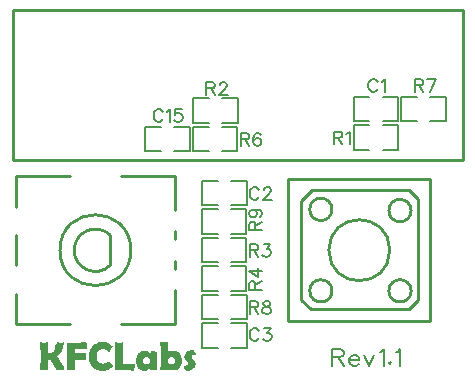
<source format=gto>
G04 Layer: TopSilkLayer*
G04 EasyEDA v6.4.25, 2021-09-30T02:39:23--7:00*
G04 cb1d7dd1d9244e3faa1512210410d729,1c607ed5ed934db7a0414c4b005609ca,10*
G04 Gerber Generator version 0.2*
G04 Scale: 100 percent, Rotated: No, Reflected: No *
G04 Dimensions in inches *
G04 leading zeros omitted , absolute positions ,3 integer and 6 decimal *
%FSLAX36Y36*%
%MOIN*%

%ADD10C,0.0100*%
%ADD12C,0.0080*%
%ADD21C,0.0079*%
%ADD22C,0.0060*%

%LPD*%
G36*
X636200Y-1335200D02*
G01*
X631120Y-1335380D01*
X612320Y-1337000D01*
X611700Y-1337220D01*
X611320Y-1337560D01*
X611200Y-1338000D01*
X611660Y-1343040D01*
X612260Y-1351940D01*
X612720Y-1361420D01*
X613020Y-1371500D01*
X613180Y-1382160D01*
X613157Y-1397200D01*
X636000Y-1397200D01*
X636800Y-1392040D01*
X639200Y-1387800D01*
X643000Y-1384960D01*
X648000Y-1384000D01*
X652880Y-1384940D01*
X656700Y-1387800D01*
X659260Y-1392000D01*
X660100Y-1397000D01*
X659320Y-1402260D01*
X657000Y-1406399D01*
X653120Y-1409319D01*
X648100Y-1410300D01*
X643000Y-1409360D01*
X639100Y-1406500D01*
X636780Y-1402420D01*
X636000Y-1397200D01*
X613157Y-1397200D01*
X613020Y-1407160D01*
X612700Y-1417160D01*
X612200Y-1424780D01*
X611800Y-1428560D01*
X612060Y-1429360D01*
X612820Y-1429820D01*
X614100Y-1430100D01*
X615900Y-1430200D01*
X633120Y-1430040D01*
X634700Y-1429900D01*
X635080Y-1429620D01*
X635460Y-1429079D01*
X636100Y-1427200D01*
X636360Y-1426100D01*
X636640Y-1425320D01*
X636960Y-1424860D01*
X637300Y-1424700D01*
X637660Y-1424800D01*
X641340Y-1427600D01*
X645080Y-1429379D01*
X649300Y-1430440D01*
X654000Y-1430800D01*
X658379Y-1430520D01*
X662480Y-1429700D01*
X666300Y-1428320D01*
X669820Y-1426399D01*
X673060Y-1423920D01*
X676000Y-1420900D01*
X678439Y-1417680D01*
X680440Y-1414199D01*
X682000Y-1410480D01*
X683120Y-1406500D01*
X683780Y-1402280D01*
X684000Y-1397800D01*
X683780Y-1393000D01*
X683160Y-1388520D01*
X682099Y-1384340D01*
X680620Y-1380520D01*
X678720Y-1377000D01*
X676400Y-1373800D01*
X673520Y-1370800D01*
X670300Y-1368360D01*
X666720Y-1366459D01*
X662800Y-1365080D01*
X658520Y-1364280D01*
X653900Y-1364000D01*
X649320Y-1364400D01*
X645200Y-1365580D01*
X641520Y-1367540D01*
X638300Y-1370300D01*
X637880Y-1370760D01*
X637400Y-1370900D01*
X636920Y-1370760D01*
X636580Y-1370380D01*
X636360Y-1369720D01*
X636300Y-1368800D01*
X636380Y-1358740D01*
X636600Y-1351000D01*
X637320Y-1340400D01*
X637400Y-1337400D01*
X637320Y-1336440D01*
X637100Y-1335740D01*
X636720Y-1335340D01*
G37*
G36*
X417800Y-1335300D02*
G01*
X412980Y-1335520D01*
X408380Y-1336220D01*
X404000Y-1337360D01*
X399840Y-1338980D01*
X395900Y-1341040D01*
X392180Y-1343560D01*
X388680Y-1346560D01*
X385400Y-1350000D01*
X382540Y-1353600D01*
X380060Y-1357380D01*
X377960Y-1361339D01*
X376260Y-1365500D01*
X374920Y-1369840D01*
X373960Y-1374379D01*
X373400Y-1379100D01*
X373200Y-1384000D01*
X373400Y-1389060D01*
X373980Y-1393899D01*
X374960Y-1398520D01*
X376320Y-1402920D01*
X378080Y-1407100D01*
X380240Y-1411060D01*
X382780Y-1414780D01*
X385700Y-1418300D01*
X389020Y-1421579D01*
X392580Y-1424420D01*
X396380Y-1426840D01*
X400420Y-1428800D01*
X404700Y-1430340D01*
X409240Y-1431420D01*
X414000Y-1432080D01*
X419000Y-1432300D01*
X423900Y-1432080D01*
X428560Y-1431399D01*
X432960Y-1430280D01*
X437120Y-1428700D01*
X441040Y-1426680D01*
X444700Y-1424199D01*
X448120Y-1421279D01*
X451300Y-1417900D01*
X452360Y-1416360D01*
X452620Y-1415680D01*
X452700Y-1415100D01*
X452400Y-1414340D01*
X449940Y-1410340D01*
X444080Y-1401480D01*
X442100Y-1398800D01*
X441420Y-1398280D01*
X440800Y-1398100D01*
X439860Y-1398720D01*
X435860Y-1402020D01*
X434120Y-1403240D01*
X432400Y-1404319D01*
X430700Y-1405200D01*
X425420Y-1407080D01*
X419799Y-1407700D01*
X415200Y-1407240D01*
X411079Y-1405860D01*
X407440Y-1403540D01*
X404300Y-1400300D01*
X401980Y-1396699D01*
X400319Y-1392700D01*
X399340Y-1388300D01*
X399000Y-1383500D01*
X399340Y-1378740D01*
X400319Y-1374400D01*
X401980Y-1370440D01*
X404300Y-1366900D01*
X407440Y-1363740D01*
X411079Y-1361500D01*
X415200Y-1360160D01*
X419799Y-1359700D01*
X425300Y-1360340D01*
X430600Y-1362300D01*
X432360Y-1363280D01*
X434099Y-1364420D01*
X435860Y-1365740D01*
X440580Y-1369740D01*
X440900Y-1369900D01*
X441620Y-1369780D01*
X442200Y-1369400D01*
X444260Y-1366620D01*
X448000Y-1360300D01*
X451460Y-1353980D01*
X452600Y-1351000D01*
X452520Y-1350440D01*
X452280Y-1349820D01*
X451300Y-1348500D01*
X448100Y-1345400D01*
X444640Y-1342720D01*
X440880Y-1340460D01*
X436820Y-1338600D01*
X432500Y-1337160D01*
X427879Y-1336120D01*
X422980Y-1335500D01*
G37*
G36*
X362400Y-1336600D02*
G01*
X359420Y-1336639D01*
X351520Y-1337040D01*
X341640Y-1337740D01*
X333680Y-1338160D01*
X324540Y-1338160D01*
X307320Y-1337840D01*
X301200Y-1337800D01*
X300280Y-1337900D01*
X299660Y-1338200D01*
X299280Y-1338700D01*
X299200Y-1339400D01*
X300860Y-1368420D01*
X301260Y-1379360D01*
X301260Y-1388120D01*
X301020Y-1399120D01*
X300580Y-1412840D01*
X300300Y-1428000D01*
X300420Y-1428680D01*
X300780Y-1429259D01*
X301360Y-1429680D01*
X302200Y-1430000D01*
X304540Y-1430400D01*
X307980Y-1430680D01*
X312500Y-1430840D01*
X324000Y-1430900D01*
X325800Y-1430700D01*
X327080Y-1430300D01*
X327840Y-1429700D01*
X328100Y-1428899D01*
X326900Y-1407620D01*
X326700Y-1397600D01*
X326900Y-1396560D01*
X327520Y-1395720D01*
X328560Y-1395100D01*
X330000Y-1394700D01*
X342000Y-1394740D01*
X347780Y-1394840D01*
X352640Y-1395040D01*
X356599Y-1395300D01*
X360840Y-1395760D01*
X361400Y-1395720D01*
X361880Y-1395500D01*
X362239Y-1395120D01*
X362500Y-1394600D01*
X363100Y-1390880D01*
X363300Y-1382900D01*
X362740Y-1374199D01*
X361100Y-1371300D01*
X355400Y-1371420D01*
X339540Y-1372180D01*
X332640Y-1372280D01*
X330580Y-1372080D01*
X329799Y-1371900D01*
X328440Y-1371160D01*
X327480Y-1369720D01*
X326900Y-1367600D01*
X326700Y-1364800D01*
X326840Y-1362460D01*
X327299Y-1360620D01*
X328060Y-1359300D01*
X329099Y-1358500D01*
X329980Y-1358280D01*
X331500Y-1358120D01*
X336500Y-1358000D01*
X342780Y-1358220D01*
X360340Y-1359500D01*
X363780Y-1359660D01*
X367160Y-1359660D01*
X367580Y-1359520D01*
X367819Y-1359300D01*
X367900Y-1359000D01*
X367720Y-1356600D01*
X366640Y-1349940D01*
X366400Y-1347800D01*
X366100Y-1339300D01*
X365720Y-1338120D01*
X364980Y-1337280D01*
X363860Y-1336759D01*
G37*
G36*
X212500Y-1337500D02*
G01*
X211880Y-1337600D01*
X211439Y-1337880D01*
X211180Y-1338340D01*
X211100Y-1339000D01*
X211280Y-1348520D01*
X212240Y-1375360D01*
X212399Y-1384900D01*
X212240Y-1393899D01*
X211280Y-1419019D01*
X211100Y-1428000D01*
X211220Y-1428720D01*
X211580Y-1429300D01*
X212160Y-1429720D01*
X213000Y-1430000D01*
X217180Y-1430380D01*
X224300Y-1430500D01*
X231900Y-1430380D01*
X236700Y-1430000D01*
X237480Y-1429740D01*
X238039Y-1429280D01*
X238380Y-1428600D01*
X238500Y-1427700D01*
X238400Y-1421440D01*
X237800Y-1403980D01*
X237700Y-1397800D01*
X238140Y-1397120D01*
X239480Y-1396279D01*
X241700Y-1395260D01*
X244800Y-1394100D01*
X245940Y-1395600D01*
X247900Y-1398720D01*
X250660Y-1403460D01*
X254200Y-1409800D01*
X263700Y-1427400D01*
X264520Y-1428620D01*
X265200Y-1429300D01*
X266020Y-1429680D01*
X267500Y-1430000D01*
X272320Y-1430520D01*
X279400Y-1430700D01*
X286200Y-1430520D01*
X289800Y-1430000D01*
X290840Y-1429440D01*
X291600Y-1428620D01*
X292040Y-1427580D01*
X292200Y-1426300D01*
X291860Y-1424620D01*
X290840Y-1422040D01*
X289140Y-1418560D01*
X286780Y-1414160D01*
X283720Y-1408880D01*
X267900Y-1382900D01*
X268040Y-1382480D01*
X268460Y-1382000D01*
X269140Y-1381480D01*
X270100Y-1380900D01*
X272720Y-1379060D01*
X275240Y-1376639D01*
X277700Y-1373620D01*
X280080Y-1370020D01*
X282380Y-1365840D01*
X284600Y-1361080D01*
X286740Y-1355740D01*
X288800Y-1349800D01*
X290900Y-1342900D01*
X291600Y-1339199D01*
X291500Y-1338500D01*
X291200Y-1338000D01*
X290700Y-1337700D01*
X290000Y-1337600D01*
X284800Y-1337800D01*
X279500Y-1337900D01*
X269100Y-1337500D01*
X268100Y-1337600D01*
X267280Y-1337920D01*
X266640Y-1338460D01*
X266200Y-1339199D01*
X262079Y-1350100D01*
X259300Y-1358000D01*
X256000Y-1365100D01*
X252700Y-1369600D01*
X247500Y-1372740D01*
X240500Y-1373800D01*
X239140Y-1373460D01*
X238180Y-1372400D01*
X237600Y-1370660D01*
X237399Y-1368200D01*
X237520Y-1362040D01*
X238280Y-1344820D01*
X238400Y-1338700D01*
X238340Y-1338180D01*
X238120Y-1337800D01*
X237780Y-1337580D01*
X237300Y-1337500D01*
X224800Y-1337900D01*
G37*
G36*
X462200Y-1337600D02*
G01*
X461320Y-1337700D01*
X460700Y-1337980D01*
X460319Y-1338440D01*
X460200Y-1339100D01*
X460319Y-1348620D01*
X460920Y-1369160D01*
X461160Y-1380620D01*
X461180Y-1388940D01*
X460820Y-1413140D01*
X460700Y-1428000D01*
X460820Y-1428760D01*
X461180Y-1429340D01*
X461760Y-1429760D01*
X462600Y-1430000D01*
X471100Y-1430300D01*
X490800Y-1430500D01*
X505600Y-1430900D01*
X522220Y-1431080D01*
X523100Y-1431000D01*
X523560Y-1430760D01*
X523920Y-1430320D01*
X524200Y-1429700D01*
X525140Y-1424660D01*
X525680Y-1420000D01*
X526000Y-1414940D01*
X526100Y-1409500D01*
X525980Y-1408839D01*
X525640Y-1408380D01*
X525080Y-1408100D01*
X524300Y-1408000D01*
X516900Y-1408160D01*
X496180Y-1409060D01*
X487100Y-1409199D01*
X486659Y-1409060D01*
X486340Y-1408860D01*
X486160Y-1408560D01*
X485900Y-1406699D01*
X485900Y-1376900D01*
X486840Y-1355200D01*
X487780Y-1338280D01*
X487620Y-1337900D01*
X487340Y-1337680D01*
X486900Y-1337600D01*
X478380Y-1337880D01*
X472819Y-1337980D01*
G37*
G36*
X721200Y-1361300D02*
G01*
X716180Y-1361680D01*
X711300Y-1362820D01*
X706580Y-1364740D01*
X702000Y-1367400D01*
X697620Y-1371080D01*
X694500Y-1375120D01*
X692620Y-1379540D01*
X692000Y-1384300D01*
X692840Y-1389400D01*
X695400Y-1394300D01*
X697039Y-1396240D01*
X701600Y-1401300D01*
X703080Y-1403140D01*
X704140Y-1404880D01*
X704780Y-1406500D01*
X705000Y-1408000D01*
X703540Y-1411680D01*
X699200Y-1414100D01*
X689900Y-1415800D01*
X689380Y-1416100D01*
X689240Y-1416320D01*
X689200Y-1416600D01*
X689479Y-1417700D01*
X690320Y-1419520D01*
X691740Y-1422060D01*
X693700Y-1425300D01*
X695800Y-1428400D01*
X697480Y-1430620D01*
X698740Y-1431960D01*
X699599Y-1432400D01*
X705860Y-1431639D01*
X712600Y-1429400D01*
X718760Y-1426180D01*
X724000Y-1422300D01*
X725100Y-1421200D01*
X726120Y-1419820D01*
X727060Y-1418160D01*
X727900Y-1416200D01*
X728460Y-1414360D01*
X728880Y-1412580D01*
X729120Y-1410820D01*
X729200Y-1409100D01*
X728360Y-1403580D01*
X725800Y-1398400D01*
X724960Y-1397240D01*
X721860Y-1393640D01*
X718120Y-1389480D01*
X717039Y-1387920D01*
X716420Y-1386540D01*
X716200Y-1385300D01*
X716400Y-1383600D01*
X717000Y-1382100D01*
X718000Y-1380800D01*
X719400Y-1379700D01*
X720780Y-1378959D01*
X722320Y-1378420D01*
X724040Y-1378100D01*
X725900Y-1378000D01*
X727720Y-1378120D01*
X729599Y-1378500D01*
X730340Y-1377460D01*
X730540Y-1377040D01*
X730600Y-1376699D01*
X730340Y-1375740D01*
X729560Y-1374019D01*
X726400Y-1368400D01*
X724539Y-1365300D01*
X723040Y-1363080D01*
X721940Y-1361740D01*
G37*
G36*
X562100Y-1364500D02*
G01*
X557300Y-1364760D01*
X552860Y-1365580D01*
X548780Y-1366920D01*
X545040Y-1368820D01*
X541640Y-1371240D01*
X538600Y-1374199D01*
X536100Y-1377460D01*
X534040Y-1381060D01*
X532440Y-1384980D01*
X531320Y-1389220D01*
X530620Y-1393800D01*
X530458Y-1397400D01*
X552800Y-1397400D01*
X553680Y-1392280D01*
X556300Y-1388100D01*
X560320Y-1385400D01*
X565400Y-1384500D01*
X570560Y-1385420D01*
X574600Y-1388200D01*
X577300Y-1392300D01*
X578200Y-1397400D01*
X577300Y-1402600D01*
X574600Y-1406800D01*
X570500Y-1409500D01*
X565400Y-1410400D01*
X560580Y-1409440D01*
X556500Y-1406600D01*
X553720Y-1402400D01*
X552800Y-1397400D01*
X530458Y-1397400D01*
X530400Y-1398700D01*
X530620Y-1403000D01*
X531280Y-1407080D01*
X532380Y-1410980D01*
X533920Y-1414660D01*
X535880Y-1418140D01*
X538300Y-1421399D01*
X541260Y-1424480D01*
X544440Y-1427020D01*
X547880Y-1428980D01*
X551540Y-1430380D01*
X555460Y-1431220D01*
X559600Y-1431500D01*
X563780Y-1431040D01*
X567820Y-1429640D01*
X571740Y-1427340D01*
X575500Y-1424100D01*
X576220Y-1423360D01*
X576800Y-1422900D01*
X577100Y-1423180D01*
X577380Y-1423920D01*
X578160Y-1428460D01*
X578500Y-1429660D01*
X578940Y-1430360D01*
X579500Y-1430600D01*
X589500Y-1430440D01*
X598300Y-1430000D01*
X599300Y-1429760D01*
X600020Y-1429199D01*
X600460Y-1428360D01*
X600600Y-1427200D01*
X600460Y-1420920D01*
X599540Y-1403320D01*
X599400Y-1397000D01*
X599460Y-1392600D01*
X599640Y-1388280D01*
X599920Y-1384040D01*
X600340Y-1379880D01*
X600860Y-1375800D01*
X601700Y-1370400D01*
X601640Y-1370120D01*
X601460Y-1369840D01*
X600700Y-1369400D01*
X596940Y-1368320D01*
X591300Y-1367100D01*
X585600Y-1366060D01*
X583580Y-1365780D01*
X582100Y-1365700D01*
X581560Y-1365900D01*
X581080Y-1366500D01*
X580620Y-1367500D01*
X579520Y-1371300D01*
X579200Y-1371900D01*
X578900Y-1372100D01*
X578400Y-1371800D01*
X575140Y-1368600D01*
X571320Y-1366320D01*
X566980Y-1364960D01*
G37*
D12*
X1185000Y-1359459D02*
G01*
X1185000Y-1416759D01*
X1185000Y-1359459D02*
G01*
X1209499Y-1359459D01*
X1217700Y-1362159D01*
X1220500Y-1364859D01*
X1223199Y-1370360D01*
X1223199Y-1375859D01*
X1220500Y-1381260D01*
X1217700Y-1383960D01*
X1209499Y-1386759D01*
X1185000Y-1386759D01*
X1204099Y-1386759D02*
G01*
X1223199Y-1416759D01*
X1241199Y-1394859D02*
G01*
X1273900Y-1394859D01*
X1273900Y-1389459D01*
X1271199Y-1383960D01*
X1268500Y-1381260D01*
X1263000Y-1378560D01*
X1254799Y-1378560D01*
X1249399Y-1381260D01*
X1243900Y-1386759D01*
X1241199Y-1394859D01*
X1241199Y-1400360D01*
X1243900Y-1408560D01*
X1249399Y-1413960D01*
X1254799Y-1416759D01*
X1263000Y-1416759D01*
X1268500Y-1413960D01*
X1273900Y-1408560D01*
X1291899Y-1378560D02*
G01*
X1308299Y-1416759D01*
X1324600Y-1378560D02*
G01*
X1308299Y-1416759D01*
X1342600Y-1370360D02*
G01*
X1348100Y-1367660D01*
X1356300Y-1359459D01*
X1356300Y-1416759D01*
X1376999Y-1403060D02*
G01*
X1374300Y-1405859D01*
X1376999Y-1408560D01*
X1379700Y-1405859D01*
X1376999Y-1403060D01*
X1397700Y-1370360D02*
G01*
X1403199Y-1367660D01*
X1411400Y-1359459D01*
X1411400Y-1416759D01*
D22*
X1335699Y-469800D02*
G01*
X1333599Y-465700D01*
X1329499Y-461599D01*
X1325500Y-459600D01*
X1317299Y-459600D01*
X1313199Y-461599D01*
X1309099Y-465700D01*
X1306999Y-469800D01*
X1305000Y-475999D01*
X1305000Y-486199D01*
X1306999Y-492300D01*
X1309099Y-496399D01*
X1313199Y-500500D01*
X1317299Y-502500D01*
X1325500Y-502500D01*
X1329499Y-500500D01*
X1333599Y-496399D01*
X1335699Y-492300D01*
X1349200Y-467800D02*
G01*
X1353299Y-465700D01*
X1359399Y-459600D01*
X1359399Y-502500D01*
X940690Y-829789D02*
G01*
X938590Y-825689D01*
X934489Y-821590D01*
X930489Y-819589D01*
X922290Y-819589D01*
X918190Y-821590D01*
X914089Y-825689D01*
X911989Y-829789D01*
X909989Y-835990D01*
X909989Y-846190D01*
X911989Y-852289D01*
X914089Y-856390D01*
X918190Y-860489D01*
X922290Y-862489D01*
X930489Y-862489D01*
X934489Y-860489D01*
X938590Y-856390D01*
X940690Y-852289D01*
X956189Y-829789D02*
G01*
X956189Y-827790D01*
X958289Y-823690D01*
X960290Y-821590D01*
X964390Y-819589D01*
X972590Y-819589D01*
X976689Y-821590D01*
X978689Y-823690D01*
X980789Y-827790D01*
X980789Y-831889D01*
X978689Y-835990D01*
X974589Y-842089D01*
X954189Y-862489D01*
X982790Y-862489D01*
X940699Y-1299800D02*
G01*
X938599Y-1295700D01*
X934499Y-1291599D01*
X930500Y-1289600D01*
X922299Y-1289600D01*
X918199Y-1291599D01*
X914099Y-1295700D01*
X911999Y-1299800D01*
X910000Y-1305999D01*
X910000Y-1316199D01*
X911999Y-1322300D01*
X914099Y-1326399D01*
X918199Y-1330500D01*
X922299Y-1332500D01*
X930500Y-1332500D01*
X934499Y-1330500D01*
X938599Y-1326399D01*
X940699Y-1322300D01*
X958299Y-1289600D02*
G01*
X980799Y-1289600D01*
X968500Y-1305999D01*
X974600Y-1305999D01*
X978699Y-1308000D01*
X980799Y-1310000D01*
X982799Y-1316199D01*
X982799Y-1320300D01*
X980799Y-1326399D01*
X976700Y-1330500D01*
X970500Y-1332500D01*
X964399Y-1332500D01*
X958299Y-1330500D01*
X956199Y-1328499D01*
X954200Y-1324400D01*
X620699Y-569800D02*
G01*
X618599Y-565700D01*
X614499Y-561599D01*
X610500Y-559600D01*
X602299Y-559600D01*
X598199Y-561599D01*
X594099Y-565700D01*
X591999Y-569800D01*
X590000Y-575999D01*
X590000Y-586199D01*
X591999Y-592300D01*
X594099Y-596399D01*
X598199Y-600500D01*
X602299Y-602500D01*
X610500Y-602500D01*
X614499Y-600500D01*
X618599Y-596399D01*
X620699Y-592300D01*
X634200Y-567800D02*
G01*
X638299Y-565700D01*
X644399Y-559600D01*
X644399Y-602500D01*
X682500Y-559600D02*
G01*
X661999Y-559600D01*
X660000Y-578000D01*
X661999Y-575999D01*
X668100Y-573899D01*
X674300Y-573899D01*
X680399Y-575999D01*
X684499Y-580000D01*
X686499Y-586199D01*
X686499Y-590300D01*
X684499Y-596399D01*
X680399Y-600500D01*
X674300Y-602500D01*
X668100Y-602500D01*
X661999Y-600500D01*
X660000Y-598499D01*
X657899Y-594400D01*
X1190000Y-634600D02*
G01*
X1190000Y-677500D01*
X1190000Y-634600D02*
G01*
X1208400Y-634600D01*
X1214499Y-636599D01*
X1216599Y-638699D01*
X1218599Y-642800D01*
X1218599Y-646900D01*
X1216599Y-650999D01*
X1214499Y-653000D01*
X1208400Y-655000D01*
X1190000Y-655000D01*
X1204300Y-655000D02*
G01*
X1218599Y-677500D01*
X1232100Y-642800D02*
G01*
X1236199Y-640700D01*
X1242399Y-634600D01*
X1242399Y-677500D01*
X765000Y-469600D02*
G01*
X765000Y-512500D01*
X765000Y-469600D02*
G01*
X783400Y-469600D01*
X789499Y-471599D01*
X791599Y-473699D01*
X793599Y-477800D01*
X793599Y-481900D01*
X791599Y-485999D01*
X789499Y-488000D01*
X783400Y-490000D01*
X765000Y-490000D01*
X779300Y-490000D02*
G01*
X793599Y-512500D01*
X809200Y-479800D02*
G01*
X809200Y-477800D01*
X811199Y-473699D01*
X813299Y-471599D01*
X817399Y-469600D01*
X825500Y-469600D01*
X829600Y-471599D01*
X831700Y-473699D01*
X833699Y-477800D01*
X833699Y-481900D01*
X831700Y-485999D01*
X827600Y-492100D01*
X807100Y-512500D01*
X835799Y-512500D01*
X910000Y-1009600D02*
G01*
X910000Y-1052500D01*
X910000Y-1009600D02*
G01*
X928400Y-1009600D01*
X934499Y-1011599D01*
X936599Y-1013699D01*
X938599Y-1017800D01*
X938599Y-1021900D01*
X936599Y-1025999D01*
X934499Y-1028000D01*
X928400Y-1030000D01*
X910000Y-1030000D01*
X924300Y-1030000D02*
G01*
X938599Y-1052500D01*
X956199Y-1009600D02*
G01*
X978699Y-1009600D01*
X966499Y-1025999D01*
X972600Y-1025999D01*
X976700Y-1028000D01*
X978699Y-1030000D01*
X980799Y-1036199D01*
X980799Y-1040300D01*
X978699Y-1046399D01*
X974600Y-1050500D01*
X968500Y-1052500D01*
X962399Y-1052500D01*
X956199Y-1050500D01*
X954200Y-1048499D01*
X952100Y-1044400D01*
X907600Y-1160999D02*
G01*
X950500Y-1160999D01*
X907600Y-1160999D02*
G01*
X907600Y-1142600D01*
X909600Y-1136500D01*
X911700Y-1134400D01*
X915799Y-1132399D01*
X919899Y-1132399D01*
X923999Y-1134400D01*
X926000Y-1136500D01*
X928000Y-1142600D01*
X928000Y-1160999D01*
X928000Y-1146700D02*
G01*
X950500Y-1132399D01*
X907600Y-1098400D02*
G01*
X936199Y-1118899D01*
X936199Y-1088200D01*
X907600Y-1098400D02*
G01*
X950500Y-1098400D01*
X880000Y-639600D02*
G01*
X880000Y-682500D01*
X880000Y-639600D02*
G01*
X898400Y-639600D01*
X904499Y-641599D01*
X906599Y-643699D01*
X908599Y-647800D01*
X908599Y-651900D01*
X906599Y-655999D01*
X904499Y-658000D01*
X898400Y-660000D01*
X880000Y-660000D01*
X894300Y-660000D02*
G01*
X908599Y-682500D01*
X946700Y-645700D02*
G01*
X944600Y-641599D01*
X938500Y-639600D01*
X934399Y-639600D01*
X928299Y-641599D01*
X924200Y-647800D01*
X922100Y-658000D01*
X922100Y-668200D01*
X924200Y-676399D01*
X928299Y-680500D01*
X934399Y-682500D01*
X936499Y-682500D01*
X942600Y-680500D01*
X946700Y-676399D01*
X948699Y-670300D01*
X948699Y-668200D01*
X946700Y-662100D01*
X942600Y-658000D01*
X936499Y-655999D01*
X934399Y-655999D01*
X928299Y-658000D01*
X924200Y-662100D01*
X922100Y-668200D01*
X1460000Y-459600D02*
G01*
X1460000Y-502500D01*
X1460000Y-459600D02*
G01*
X1478400Y-459600D01*
X1484499Y-461599D01*
X1486599Y-463699D01*
X1488599Y-467800D01*
X1488599Y-471900D01*
X1486599Y-475999D01*
X1484499Y-478000D01*
X1478400Y-480000D01*
X1460000Y-480000D01*
X1474300Y-480000D02*
G01*
X1488599Y-502500D01*
X1530799Y-459600D02*
G01*
X1510299Y-502500D01*
X1502100Y-459600D02*
G01*
X1530799Y-459600D01*
X910000Y-1199600D02*
G01*
X910000Y-1242500D01*
X910000Y-1199600D02*
G01*
X928400Y-1199600D01*
X934499Y-1201599D01*
X936599Y-1203699D01*
X938599Y-1207800D01*
X938599Y-1211900D01*
X936599Y-1215999D01*
X934499Y-1218000D01*
X928400Y-1220000D01*
X910000Y-1220000D01*
X924300Y-1220000D02*
G01*
X938599Y-1242500D01*
X962399Y-1199600D02*
G01*
X956199Y-1201599D01*
X954200Y-1205700D01*
X954200Y-1209800D01*
X956199Y-1213899D01*
X960299Y-1215999D01*
X968500Y-1218000D01*
X974600Y-1220000D01*
X978699Y-1224099D01*
X980799Y-1228200D01*
X980799Y-1234400D01*
X978699Y-1238499D01*
X976700Y-1240500D01*
X970500Y-1242500D01*
X962399Y-1242500D01*
X956199Y-1240500D01*
X954200Y-1238499D01*
X952100Y-1234400D01*
X952100Y-1228200D01*
X954200Y-1224099D01*
X958299Y-1220000D01*
X964399Y-1218000D01*
X972600Y-1215999D01*
X976700Y-1213899D01*
X978699Y-1209800D01*
X978699Y-1205700D01*
X976700Y-1201599D01*
X970500Y-1199600D01*
X962399Y-1199600D01*
X907600Y-963000D02*
G01*
X950500Y-963000D01*
X907600Y-963000D02*
G01*
X907600Y-944600D01*
X909600Y-938499D01*
X911700Y-936399D01*
X915799Y-934400D01*
X919899Y-934400D01*
X923999Y-936399D01*
X926000Y-938499D01*
X928000Y-944600D01*
X928000Y-963000D01*
X928000Y-948699D02*
G01*
X950500Y-934400D01*
X921899Y-894299D02*
G01*
X928000Y-896300D01*
X932100Y-900399D01*
X934200Y-906500D01*
X934200Y-908600D01*
X932100Y-914699D01*
X928000Y-918800D01*
X921899Y-920900D01*
X919899Y-920900D01*
X913699Y-918800D01*
X909600Y-914699D01*
X907600Y-908600D01*
X907600Y-906500D01*
X909600Y-900399D01*
X913699Y-896300D01*
X921899Y-894299D01*
X932100Y-894299D01*
X942399Y-896300D01*
X948500Y-900399D01*
X950500Y-906500D01*
X950500Y-910599D01*
X948500Y-916799D01*
X944399Y-918800D01*
D10*
X120000Y-230000D02*
G01*
X120000Y-730000D01*
X120000Y-230000D02*
G01*
X1620000Y-230000D01*
X120000Y-730000D02*
G01*
X1620000Y-730000D01*
X1620000Y-230000D02*
G01*
X1620000Y-730000D01*
D21*
X1308170Y-519270D02*
G01*
X1256199Y-519270D01*
X1256199Y-600770D01*
X1308170Y-600770D01*
X1352740Y-519270D02*
G01*
X1404709Y-519270D01*
X1404709Y-600770D01*
X1352740Y-600770D01*
X803159Y-799259D02*
G01*
X751189Y-799259D01*
X751189Y-880760D01*
X803159Y-880760D01*
X847730Y-799259D02*
G01*
X899700Y-799259D01*
X899700Y-880760D01*
X847730Y-880760D01*
X803170Y-1274270D02*
G01*
X751199Y-1274270D01*
X751199Y-1355770D01*
X803170Y-1355770D01*
X847740Y-1274270D02*
G01*
X899709Y-1274270D01*
X899709Y-1355770D01*
X847740Y-1355770D01*
X613170Y-619270D02*
G01*
X561199Y-619270D01*
X561199Y-700770D01*
X613170Y-700770D01*
X657740Y-619270D02*
G01*
X709709Y-619270D01*
X709709Y-700770D01*
X657740Y-700770D01*
X1308159Y-614259D02*
G01*
X1256189Y-614259D01*
X1256189Y-695760D01*
X1308159Y-695760D01*
X1352730Y-614259D02*
G01*
X1404700Y-614259D01*
X1404700Y-695760D01*
X1352730Y-695760D01*
X773159Y-524259D02*
G01*
X721189Y-524259D01*
X721189Y-605760D01*
X773159Y-605760D01*
X817730Y-524259D02*
G01*
X869700Y-524259D01*
X869700Y-605760D01*
X817730Y-605760D01*
X846840Y-1070740D02*
G01*
X898810Y-1070740D01*
X898810Y-989239D01*
X846840Y-989239D01*
X802269Y-1070740D02*
G01*
X750299Y-1070740D01*
X750299Y-989239D01*
X802269Y-989239D01*
X846840Y-1165740D02*
G01*
X898810Y-1165740D01*
X898810Y-1084239D01*
X846840Y-1084239D01*
X802269Y-1165740D02*
G01*
X750299Y-1165740D01*
X750299Y-1084239D01*
X802269Y-1084239D01*
X816840Y-700740D02*
G01*
X868810Y-700740D01*
X868810Y-619239D01*
X816840Y-619239D01*
X772269Y-700740D02*
G01*
X720299Y-700740D01*
X720299Y-619239D01*
X772269Y-619239D01*
X1511840Y-600740D02*
G01*
X1563810Y-600740D01*
X1563810Y-519239D01*
X1511840Y-519239D01*
X1467269Y-600740D02*
G01*
X1415299Y-600740D01*
X1415299Y-519239D01*
X1467269Y-519239D01*
X803159Y-1179259D02*
G01*
X751189Y-1179259D01*
X751189Y-1260760D01*
X803159Y-1260760D01*
X847730Y-1179259D02*
G01*
X899700Y-1179259D01*
X899700Y-1260760D01*
X847730Y-1260760D01*
X846840Y-975740D02*
G01*
X898810Y-975740D01*
X898810Y-894239D01*
X846840Y-894239D01*
X802269Y-975740D02*
G01*
X750299Y-975740D01*
X750299Y-894239D01*
X802269Y-894239D01*
D10*
X445159Y-980000D02*
G01*
X445159Y-1080000D01*
X658940Y-1276059D02*
G01*
X479807Y-1276059D01*
X658940Y-783930D02*
G01*
X479807Y-783930D01*
X310513Y-1276060D02*
G01*
X131379Y-1276060D01*
X310511Y-783930D02*
G01*
X131379Y-783930D01*
X131379Y-884319D02*
G01*
X131379Y-783919D01*
X658940Y-896132D02*
G01*
X658940Y-783933D01*
X658940Y-993780D02*
G01*
X658940Y-966219D01*
X658940Y-1092993D02*
G01*
X658940Y-1065432D01*
X658940Y-1276060D02*
G01*
X658940Y-1163858D01*
X131379Y-1080196D02*
G01*
X131379Y-979805D01*
X131379Y-1276060D02*
G01*
X131379Y-1175668D01*
X1038779Y-793778D02*
G01*
X1511220Y-793778D01*
X1511220Y-1266221D01*
X1038779Y-1266221D01*
X1038779Y-793778D01*
X1117520Y-829214D02*
G01*
X1440353Y-829214D01*
X1471850Y-860707D01*
X1471850Y-1195354D01*
X1440353Y-1226851D01*
X1113584Y-1226851D01*
X1082087Y-1195354D01*
X1082087Y-864645D01*
X1117520Y-829214D01*
G75*
G01*
X445159Y-980000D02*
G03*
X445159Y-1080000I-50000J-50000D01*
G75*
G01
X513270Y-1030000D02*
G03X513270Y-1030000I-118110J0D01*
G75*
G01
X1376620Y-1030000D02*
G03X1376620Y-1030000I-101620J0D01*
G75*
G01
X1183840Y-893830D02*
G03X1183840Y-893830I-37140J0D01*
G75*
G01
X1447610Y-897780D02*
G03X1447610Y-897780I-37140J0D01*
G75*
G01
X1183840Y-1165550D02*
G03X1183840Y-1165550I-37140J0D01*
G75*
G01
X1447680Y-1165480D02*
G03X1447680Y-1165480I-37140J0D01*
M02*

</source>
